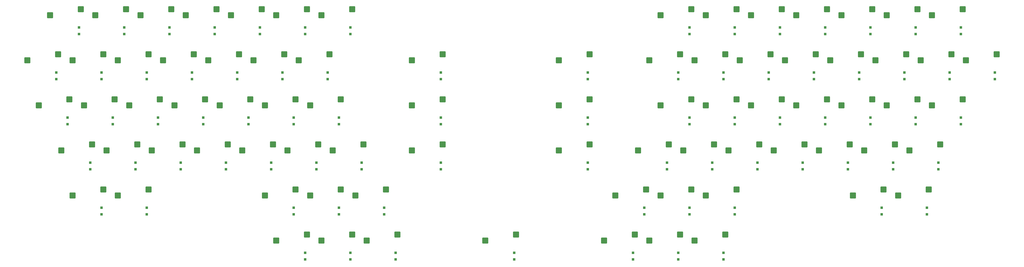
<source format=gbp>
G04 #@! TF.GenerationSoftware,KiCad,Pcbnew,8.0.9*
G04 #@! TF.CreationDate,2025-09-25T17:38:48-07:00*
G04 #@! TF.ProjectId,keyboard,6b657962-6f61-4726-942e-6b696361645f,v0.0.0-alpha*
G04 #@! TF.SameCoordinates,Original*
G04 #@! TF.FileFunction,Paste,Bot*
G04 #@! TF.FilePolarity,Positive*
%FSLAX46Y46*%
G04 Gerber Fmt 4.6, Leading zero omitted, Abs format (unit mm)*
G04 Created by KiCad (PCBNEW 8.0.9) date 2025-09-25 17:38:48*
%MOMM*%
%LPD*%
G01*
G04 APERTURE LIST*
G04 Aperture macros list*
%AMRoundRect*
0 Rectangle with rounded corners*
0 $1 Rounding radius*
0 $2 $3 $4 $5 $6 $7 $8 $9 X,Y pos of 4 corners*
0 Add a 4 corners polygon primitive as box body*
4,1,4,$2,$3,$4,$5,$6,$7,$8,$9,$2,$3,0*
0 Add four circle primitives for the rounded corners*
1,1,$1+$1,$2,$3*
1,1,$1+$1,$4,$5*
1,1,$1+$1,$6,$7*
1,1,$1+$1,$8,$9*
0 Add four rect primitives between the rounded corners*
20,1,$1+$1,$2,$3,$4,$5,0*
20,1,$1+$1,$4,$5,$6,$7,0*
20,1,$1+$1,$6,$7,$8,$9,0*
20,1,$1+$1,$8,$9,$2,$3,0*%
G04 Aperture macros list end*
%ADD10RoundRect,0.250000X-1.025000X-1.000000X1.025000X-1.000000X1.025000X1.000000X-1.025000X1.000000X0*%
%ADD11RoundRect,0.250000X0.300000X-0.300000X0.300000X0.300000X-0.300000X0.300000X-0.300000X-0.300000X0*%
G04 APERTURE END LIST*
D10*
G04 #@! TO.C,SW27*
X414484200Y-161116700D03*
X427411200Y-158576700D03*
G04 #@! TD*
G04 #@! TO.C,SW37*
X195409200Y-180166700D03*
X208336200Y-177626700D03*
G04 #@! TD*
G04 #@! TO.C,SW63*
X466871700Y-199216700D03*
X479798700Y-196676700D03*
G04 #@! TD*
G04 #@! TO.C,SW50*
X147784200Y-199216700D03*
X160711200Y-196676700D03*
G04 #@! TD*
G04 #@! TO.C,SW71*
X381146700Y-218266700D03*
X394073700Y-215726700D03*
G04 #@! TD*
G04 #@! TO.C,SW39*
X257321700Y-180166700D03*
X270248700Y-177626700D03*
G04 #@! TD*
G04 #@! TO.C,SW56*
X319234200Y-199216700D03*
X332161200Y-196676700D03*
G04 #@! TD*
G04 #@! TO.C,SW45*
X438296700Y-180166700D03*
X451223700Y-177626700D03*
G04 #@! TD*
G04 #@! TO.C,SW6*
X200171700Y-142066700D03*
X213098700Y-139526700D03*
G04 #@! TD*
G04 #@! TO.C,SW70*
X362096700Y-218266700D03*
X375023700Y-215726700D03*
G04 #@! TD*
G04 #@! TO.C,SW72*
X443059200Y-218266700D03*
X455986200Y-215726700D03*
G04 #@! TD*
G04 #@! TO.C,SW40*
X319234200Y-180166700D03*
X332161200Y-177626700D03*
G04 #@! TD*
G04 #@! TO.C,SW65*
X133496700Y-218266700D03*
X146423700Y-215726700D03*
G04 #@! TD*
G04 #@! TO.C,SW1*
X104921700Y-142066700D03*
X117848700Y-139526700D03*
G04 #@! TD*
G04 #@! TO.C,SW64*
X114446700Y-218266700D03*
X127373700Y-215726700D03*
G04 #@! TD*
G04 #@! TO.C,SW21*
X209696700Y-161116700D03*
X222623700Y-158576700D03*
G04 #@! TD*
G04 #@! TO.C,SW68*
X233509200Y-218266700D03*
X246436200Y-215726700D03*
G04 #@! TD*
G04 #@! TO.C,SW75*
X219221700Y-237316700D03*
X232148700Y-234776700D03*
G04 #@! TD*
G04 #@! TO.C,SW13*
X457346700Y-142066700D03*
X470273700Y-139526700D03*
G04 #@! TD*
G04 #@! TO.C,SW38*
X214459200Y-180166700D03*
X227386200Y-177626700D03*
G04 #@! TD*
G04 #@! TO.C,SW29*
X452584200Y-161116700D03*
X465511200Y-158576700D03*
G04 #@! TD*
G04 #@! TO.C,SW22*
X257321700Y-161116700D03*
X270248700Y-158576700D03*
G04 #@! TD*
G04 #@! TO.C,SW53*
X204934200Y-199216700D03*
X217861200Y-196676700D03*
G04 #@! TD*
G04 #@! TO.C,SW57*
X352571700Y-199216700D03*
X365498700Y-196676700D03*
G04 #@! TD*
G04 #@! TO.C,SW61*
X428771700Y-199216700D03*
X441698700Y-196676700D03*
G04 #@! TD*
G04 #@! TO.C,SW74*
X200171700Y-237316700D03*
X213098700Y-234776700D03*
G04 #@! TD*
G04 #@! TO.C,SW60*
X409721700Y-199216700D03*
X422648700Y-196676700D03*
G04 #@! TD*
G04 #@! TO.C,SW32*
X100159200Y-180166700D03*
X113086200Y-177626700D03*
G04 #@! TD*
G04 #@! TO.C,SW42*
X381146700Y-180166700D03*
X394073700Y-177626700D03*
G04 #@! TD*
G04 #@! TO.C,SW49*
X128734200Y-199216700D03*
X141661200Y-196676700D03*
G04 #@! TD*
G04 #@! TO.C,SW52*
X185884200Y-199216700D03*
X198811200Y-196676700D03*
G04 #@! TD*
G04 #@! TO.C,SW66*
X195409200Y-218266700D03*
X208336200Y-215726700D03*
G04 #@! TD*
G04 #@! TO.C,SW18*
X152546700Y-161116700D03*
X165473700Y-158576700D03*
G04 #@! TD*
G04 #@! TO.C,SW59*
X390671700Y-199216700D03*
X403598700Y-196676700D03*
G04 #@! TD*
G04 #@! TO.C,SW16*
X114446700Y-161116700D03*
X127373700Y-158576700D03*
G04 #@! TD*
G04 #@! TO.C,SW31*
X490684200Y-161116700D03*
X503611200Y-158576700D03*
G04 #@! TD*
G04 #@! TO.C,SW11*
X419246700Y-142066700D03*
X432173700Y-139526700D03*
G04 #@! TD*
G04 #@! TO.C,SW8*
X362096700Y-142066700D03*
X375023700Y-139526700D03*
G04 #@! TD*
G04 #@! TO.C,SW4*
X162071700Y-142066700D03*
X174998700Y-139526700D03*
G04 #@! TD*
G04 #@! TO.C,SW17*
X133496700Y-161116700D03*
X146423700Y-158576700D03*
G04 #@! TD*
G04 #@! TO.C,SW41*
X362096700Y-180166700D03*
X375023700Y-177626700D03*
G04 #@! TD*
G04 #@! TO.C,SW10*
X400196700Y-142066700D03*
X413123700Y-139526700D03*
G04 #@! TD*
G04 #@! TO.C,SW69*
X343046700Y-218266700D03*
X355973700Y-215726700D03*
G04 #@! TD*
G04 #@! TO.C,SW76*
X238271700Y-237316700D03*
X251198700Y-234776700D03*
G04 #@! TD*
G04 #@! TO.C,SW15*
X95396700Y-161116700D03*
X108323700Y-158576700D03*
G04 #@! TD*
G04 #@! TO.C,SW43*
X400196700Y-180166700D03*
X413123700Y-177626700D03*
G04 #@! TD*
G04 #@! TO.C,SW25*
X376384200Y-161116700D03*
X389311200Y-158576700D03*
G04 #@! TD*
G04 #@! TO.C,SW78*
X338284200Y-237316700D03*
X351211200Y-234776700D03*
G04 #@! TD*
G04 #@! TO.C,SW28*
X433534200Y-161116700D03*
X446461200Y-158576700D03*
G04 #@! TD*
G04 #@! TO.C,SW77*
X288278000Y-237316700D03*
X301205000Y-234776700D03*
G04 #@! TD*
G04 #@! TO.C,SW14*
X476396700Y-142066700D03*
X489323700Y-139526700D03*
G04 #@! TD*
G04 #@! TO.C,SW54*
X223984200Y-199216700D03*
X236911200Y-196676700D03*
G04 #@! TD*
G04 #@! TO.C,SW26*
X395434200Y-161116700D03*
X408361200Y-158576700D03*
G04 #@! TD*
G04 #@! TO.C,SW80*
X376384200Y-237316700D03*
X389311200Y-234776700D03*
G04 #@! TD*
G04 #@! TO.C,SW47*
X476396700Y-180166700D03*
X489323700Y-177626700D03*
G04 #@! TD*
G04 #@! TO.C,SW24*
X357334200Y-161116700D03*
X370261200Y-158576700D03*
G04 #@! TD*
G04 #@! TO.C,SW46*
X457346700Y-180166700D03*
X470273700Y-177626700D03*
G04 #@! TD*
G04 #@! TO.C,SW3*
X143021700Y-142066700D03*
X155948700Y-139526700D03*
G04 #@! TD*
G04 #@! TO.C,SW58*
X371621700Y-199216700D03*
X384548700Y-196676700D03*
G04 #@! TD*
G04 #@! TO.C,SW51*
X166834200Y-199216700D03*
X179761200Y-196676700D03*
G04 #@! TD*
G04 #@! TO.C,SW36*
X176359200Y-180166700D03*
X189286200Y-177626700D03*
G04 #@! TD*
G04 #@! TO.C,SW30*
X471634200Y-161116700D03*
X484561200Y-158576700D03*
G04 #@! TD*
G04 #@! TO.C,SW34*
X138259200Y-180166700D03*
X151186200Y-177626700D03*
G04 #@! TD*
G04 #@! TO.C,SW79*
X357334200Y-237316700D03*
X370261200Y-234776700D03*
G04 #@! TD*
G04 #@! TO.C,SW67*
X214459200Y-218266700D03*
X227386200Y-215726700D03*
G04 #@! TD*
G04 #@! TO.C,SW7*
X219221700Y-142066700D03*
X232148700Y-139526700D03*
G04 #@! TD*
G04 #@! TO.C,SW12*
X438296700Y-142066700D03*
X451223700Y-139526700D03*
G04 #@! TD*
G04 #@! TO.C,SW73*
X462109200Y-218266700D03*
X475036200Y-215726700D03*
G04 #@! TD*
G04 #@! TO.C,SW2*
X123971700Y-142066700D03*
X136898700Y-139526700D03*
G04 #@! TD*
G04 #@! TO.C,SW33*
X119209200Y-180166700D03*
X132136200Y-177626700D03*
G04 #@! TD*
G04 #@! TO.C,SW23*
X319234200Y-161116700D03*
X332161200Y-158576700D03*
G04 #@! TD*
G04 #@! TO.C,SW20*
X190646700Y-161116700D03*
X203573700Y-158576700D03*
G04 #@! TD*
G04 #@! TO.C,SW44*
X419246700Y-180166700D03*
X432173700Y-177626700D03*
G04 #@! TD*
G04 #@! TO.C,SW55*
X257321700Y-199216700D03*
X270248700Y-196676700D03*
G04 #@! TD*
G04 #@! TO.C,SW9*
X381146700Y-142066700D03*
X394073700Y-139526700D03*
G04 #@! TD*
G04 #@! TO.C,SW48*
X109684200Y-199216700D03*
X122611200Y-196676700D03*
G04 #@! TD*
G04 #@! TO.C,SW19*
X171596700Y-161116700D03*
X184523700Y-158576700D03*
G04 #@! TD*
G04 #@! TO.C,SW35*
X157309200Y-180166700D03*
X170236200Y-177626700D03*
G04 #@! TD*
G04 #@! TO.C,SW5*
X181121700Y-142066700D03*
X194048700Y-139526700D03*
G04 #@! TD*
G04 #@! TO.C,SW62*
X447821700Y-199216700D03*
X460748700Y-196676700D03*
G04 #@! TD*
D11*
G04 #@! TO.C,D63*
X479036700Y-207156700D03*
X479036700Y-204356700D03*
G04 #@! TD*
G04 #@! TO.C,D47*
X488561700Y-188106700D03*
X488561700Y-185306700D03*
G04 #@! TD*
G04 #@! TO.C,D53*
X217099200Y-207156700D03*
X217099200Y-204356700D03*
G04 #@! TD*
G04 #@! TO.C,D40*
X331399200Y-188106700D03*
X331399200Y-185306700D03*
G04 #@! TD*
G04 #@! TO.C,D76*
X250436700Y-245256700D03*
X250436700Y-242456700D03*
G04 #@! TD*
G04 #@! TO.C,D75*
X231386700Y-245256700D03*
X231386700Y-242456700D03*
G04 #@! TD*
G04 #@! TO.C,D64*
X126611700Y-226206700D03*
X126611700Y-223406700D03*
G04 #@! TD*
G04 #@! TO.C,D69*
X355211700Y-226206700D03*
X355211700Y-223406700D03*
G04 #@! TD*
G04 #@! TO.C,D38*
X226624200Y-188106700D03*
X226624200Y-185306700D03*
G04 #@! TD*
G04 #@! TO.C,D14*
X488561700Y-150006700D03*
X488561700Y-147206700D03*
G04 #@! TD*
G04 #@! TO.C,D26*
X407599200Y-169056700D03*
X407599200Y-166256700D03*
G04 #@! TD*
G04 #@! TO.C,D6*
X212336700Y-150006700D03*
X212336700Y-147206700D03*
G04 #@! TD*
G04 #@! TO.C,D15*
X107561700Y-169056700D03*
X107561700Y-166256700D03*
G04 #@! TD*
G04 #@! TO.C,D8*
X374261700Y-150006700D03*
X374261700Y-147206700D03*
G04 #@! TD*
G04 #@! TO.C,D61*
X440936700Y-207156700D03*
X440936700Y-204356700D03*
G04 #@! TD*
G04 #@! TO.C,D72*
X455224200Y-226206700D03*
X455224200Y-223406700D03*
G04 #@! TD*
G04 #@! TO.C,D62*
X459986700Y-207156700D03*
X459986700Y-204356700D03*
G04 #@! TD*
G04 #@! TO.C,D70*
X374261700Y-226206700D03*
X374261700Y-223406700D03*
G04 #@! TD*
G04 #@! TO.C,D2*
X136136700Y-150006700D03*
X136136700Y-147206700D03*
G04 #@! TD*
G04 #@! TO.C,D44*
X431411700Y-188106700D03*
X431411700Y-185306700D03*
G04 #@! TD*
G04 #@! TO.C,D60*
X421886700Y-207156700D03*
X421886700Y-204356700D03*
G04 #@! TD*
G04 #@! TO.C,D21*
X221861700Y-169056700D03*
X221861700Y-166256700D03*
G04 #@! TD*
G04 #@! TO.C,D68*
X245674200Y-226206700D03*
X245674200Y-223406700D03*
G04 #@! TD*
G04 #@! TO.C,D24*
X369499200Y-169056700D03*
X369499200Y-166256700D03*
G04 #@! TD*
G04 #@! TO.C,D30*
X483799200Y-169056700D03*
X483799200Y-166256700D03*
G04 #@! TD*
G04 #@! TO.C,D39*
X269486700Y-188106700D03*
X269486700Y-185306700D03*
G04 #@! TD*
G04 #@! TO.C,D55*
X269486700Y-207156700D03*
X269486700Y-204356700D03*
G04 #@! TD*
G04 #@! TO.C,D29*
X464749200Y-169056700D03*
X464749200Y-166256700D03*
G04 #@! TD*
G04 #@! TO.C,D71*
X393311700Y-226206700D03*
X393311700Y-223406700D03*
G04 #@! TD*
G04 #@! TO.C,D34*
X150424200Y-188106700D03*
X150424200Y-185306700D03*
G04 #@! TD*
G04 #@! TO.C,D35*
X169474200Y-188106700D03*
X169474200Y-185306700D03*
G04 #@! TD*
G04 #@! TO.C,D16*
X126611700Y-169056700D03*
X126611700Y-166256700D03*
G04 #@! TD*
G04 #@! TO.C,D9*
X393311700Y-150006700D03*
X393311700Y-147206700D03*
G04 #@! TD*
G04 #@! TO.C,D67*
X226624200Y-226206700D03*
X226624200Y-223406700D03*
G04 #@! TD*
G04 #@! TO.C,D18*
X164711700Y-169056700D03*
X164711700Y-166256700D03*
G04 #@! TD*
G04 #@! TO.C,D33*
X131374200Y-188106700D03*
X131374200Y-185306700D03*
G04 #@! TD*
G04 #@! TO.C,D79*
X369499200Y-245256700D03*
X369499200Y-242456700D03*
G04 #@! TD*
G04 #@! TO.C,D78*
X350449200Y-245256700D03*
X350449200Y-242456700D03*
G04 #@! TD*
G04 #@! TO.C,D25*
X388549200Y-169056700D03*
X388549200Y-166256700D03*
G04 #@! TD*
G04 #@! TO.C,D54*
X236149200Y-207156700D03*
X236149200Y-204356700D03*
G04 #@! TD*
G04 #@! TO.C,D41*
X374261700Y-188106700D03*
X374261700Y-185306700D03*
G04 #@! TD*
G04 #@! TO.C,D32*
X112324200Y-188106700D03*
X112324200Y-185306700D03*
G04 #@! TD*
G04 #@! TO.C,D65*
X145661700Y-226206700D03*
X145661700Y-223406700D03*
G04 #@! TD*
G04 #@! TO.C,D22*
X269486700Y-169056700D03*
X269486700Y-166256700D03*
G04 #@! TD*
G04 #@! TO.C,D77*
X300443000Y-245256700D03*
X300443000Y-242456700D03*
G04 #@! TD*
G04 #@! TO.C,D36*
X188524200Y-188106700D03*
X188524200Y-185306700D03*
G04 #@! TD*
G04 #@! TO.C,D73*
X474274200Y-226206700D03*
X474274200Y-223406700D03*
G04 #@! TD*
G04 #@! TO.C,D50*
X159949200Y-207156700D03*
X159949200Y-204356700D03*
G04 #@! TD*
G04 #@! TO.C,D5*
X193286700Y-150006700D03*
X193286700Y-147206700D03*
G04 #@! TD*
G04 #@! TO.C,D49*
X140899200Y-207156700D03*
X140899200Y-204356700D03*
G04 #@! TD*
G04 #@! TO.C,D19*
X183761700Y-169056700D03*
X183761700Y-166256700D03*
G04 #@! TD*
G04 #@! TO.C,D37*
X207574200Y-188106700D03*
X207574200Y-185306700D03*
G04 #@! TD*
G04 #@! TO.C,D59*
X402836700Y-207156700D03*
X402836700Y-204356700D03*
G04 #@! TD*
G04 #@! TO.C,D4*
X174236700Y-150006700D03*
X174236700Y-147206700D03*
G04 #@! TD*
G04 #@! TO.C,D48*
X121849200Y-207156700D03*
X121849200Y-204356700D03*
G04 #@! TD*
G04 #@! TO.C,D43*
X412361700Y-188106700D03*
X412361700Y-185306700D03*
G04 #@! TD*
G04 #@! TO.C,D12*
X450461700Y-150006700D03*
X450461700Y-147206700D03*
G04 #@! TD*
G04 #@! TO.C,D28*
X445699200Y-169056700D03*
X445699200Y-166256700D03*
G04 #@! TD*
G04 #@! TO.C,D52*
X198049200Y-207156700D03*
X198049200Y-204356700D03*
G04 #@! TD*
G04 #@! TO.C,D13*
X469511700Y-150006700D03*
X469511700Y-147206700D03*
G04 #@! TD*
G04 #@! TO.C,D11*
X431411700Y-150006700D03*
X431411700Y-147206700D03*
G04 #@! TD*
G04 #@! TO.C,D74*
X212336700Y-245256700D03*
X212336700Y-242456700D03*
G04 #@! TD*
G04 #@! TO.C,D17*
X145661700Y-169056700D03*
X145661700Y-166256700D03*
G04 #@! TD*
G04 #@! TO.C,D66*
X207574200Y-226206700D03*
X207574200Y-223406700D03*
G04 #@! TD*
G04 #@! TO.C,D7*
X231386700Y-150006700D03*
X231386700Y-147206700D03*
G04 #@! TD*
G04 #@! TO.C,D51*
X178999200Y-207156700D03*
X178999200Y-204356700D03*
G04 #@! TD*
G04 #@! TO.C,D42*
X393311700Y-188106700D03*
X393311700Y-185306700D03*
G04 #@! TD*
G04 #@! TO.C,D3*
X155186700Y-150006700D03*
X155186700Y-147206700D03*
G04 #@! TD*
G04 #@! TO.C,D58*
X383786700Y-207156700D03*
X383786700Y-204356700D03*
G04 #@! TD*
G04 #@! TO.C,D46*
X469511700Y-188106700D03*
X469511700Y-185306700D03*
G04 #@! TD*
G04 #@! TO.C,D10*
X412361700Y-150006700D03*
X412361700Y-147206700D03*
G04 #@! TD*
G04 #@! TO.C,D31*
X502849200Y-169056700D03*
X502849200Y-166256700D03*
G04 #@! TD*
G04 #@! TO.C,D57*
X364736700Y-207156700D03*
X364736700Y-204356700D03*
G04 #@! TD*
G04 #@! TO.C,D1*
X117086700Y-150006700D03*
X117086700Y-147206700D03*
G04 #@! TD*
G04 #@! TO.C,D27*
X426649200Y-169056700D03*
X426649200Y-166256700D03*
G04 #@! TD*
G04 #@! TO.C,D45*
X450461700Y-188106700D03*
X450461700Y-185306700D03*
G04 #@! TD*
G04 #@! TO.C,D80*
X388549200Y-245256700D03*
X388549200Y-242456700D03*
G04 #@! TD*
G04 #@! TO.C,D20*
X202811700Y-169056700D03*
X202811700Y-166256700D03*
G04 #@! TD*
G04 #@! TO.C,D23*
X331399200Y-169056700D03*
X331399200Y-166256700D03*
G04 #@! TD*
G04 #@! TO.C,D56*
X331399200Y-207156700D03*
X331399200Y-204356700D03*
G04 #@! TD*
M02*

</source>
